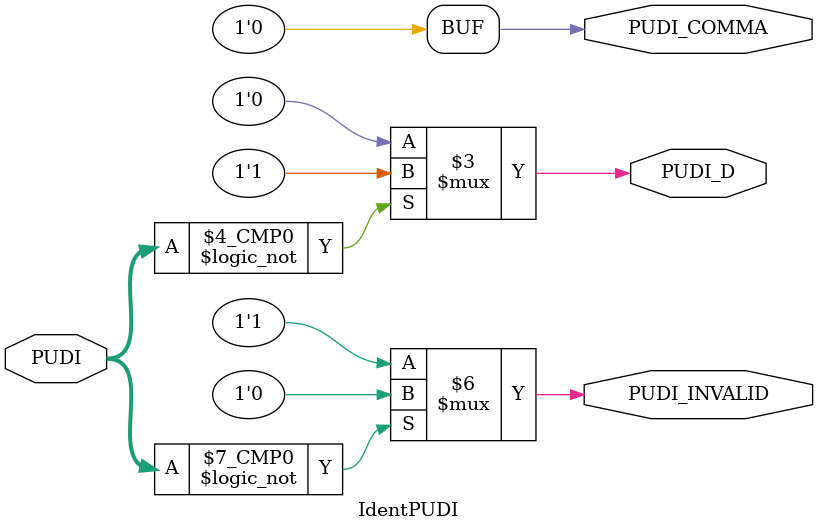
<source format=v>
`include "tablas.v"

module IdentPUDI (
    input [9:0] PUDI,
    output reg PUDI_COMMA, PUDI_D, PUDI_INVALID);

    always @(*) begin
        // Valores por defecto
        PUDI_COMMA   = 1'b0;
        PUDI_D       = 1'b0;
        PUDI_INVALID = 1'b0;

        case (PUDI)
            10'b0000000000: PUDI_D = 1'b1;
            // SPECIAL_CODE_K28_0_10B : 
            default: PUDI_INVALID = 1'b1;
        endcase
    end

endmodule

</source>
